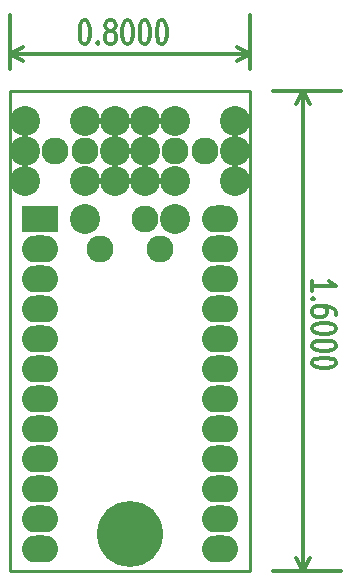
<source format=gbs>
G04 (created by PCBNEW-RS274X (2010-05-05 BZR 2356)-stable) date 12/20/10 19:08:10*
G01*
G70*
G90*
%MOIN*%
G04 Gerber Fmt 3.4, Leading zero omitted, Abs format*
%FSLAX34Y34*%
G04 APERTURE LIST*
%ADD10C,0.005000*%
%ADD11C,0.012000*%
%ADD12C,0.010000*%
%ADD13C,0.100000*%
%ADD14O,0.120000X0.090000*%
%ADD15R,0.120000X0.090000*%
%ADD16C,0.090000*%
%ADD17C,0.220000*%
G04 APERTURE END LIST*
G54D10*
G54D11*
X20065Y-16658D02*
X20065Y-16315D01*
X20065Y-16487D02*
X20865Y-16487D01*
X20751Y-16430D01*
X20675Y-16372D01*
X20637Y-16315D01*
X20141Y-16915D02*
X20103Y-16943D01*
X20065Y-16915D01*
X20103Y-16886D01*
X20141Y-16915D01*
X20065Y-16915D01*
X20865Y-17458D02*
X20865Y-17344D01*
X20827Y-17287D01*
X20789Y-17258D01*
X20675Y-17201D01*
X20522Y-17172D01*
X20218Y-17172D01*
X20141Y-17201D01*
X20103Y-17229D01*
X20065Y-17287D01*
X20065Y-17401D01*
X20103Y-17458D01*
X20141Y-17487D01*
X20218Y-17515D01*
X20408Y-17515D01*
X20484Y-17487D01*
X20522Y-17458D01*
X20560Y-17401D01*
X20560Y-17287D01*
X20522Y-17229D01*
X20484Y-17201D01*
X20408Y-17172D01*
X20865Y-17886D02*
X20865Y-17943D01*
X20827Y-18000D01*
X20789Y-18029D01*
X20713Y-18058D01*
X20560Y-18086D01*
X20370Y-18086D01*
X20218Y-18058D01*
X20141Y-18029D01*
X20103Y-18000D01*
X20065Y-17943D01*
X20065Y-17886D01*
X20103Y-17829D01*
X20141Y-17800D01*
X20218Y-17772D01*
X20370Y-17743D01*
X20560Y-17743D01*
X20713Y-17772D01*
X20789Y-17800D01*
X20827Y-17829D01*
X20865Y-17886D01*
X20865Y-18457D02*
X20865Y-18514D01*
X20827Y-18571D01*
X20789Y-18600D01*
X20713Y-18629D01*
X20560Y-18657D01*
X20370Y-18657D01*
X20218Y-18629D01*
X20141Y-18600D01*
X20103Y-18571D01*
X20065Y-18514D01*
X20065Y-18457D01*
X20103Y-18400D01*
X20141Y-18371D01*
X20218Y-18343D01*
X20370Y-18314D01*
X20560Y-18314D01*
X20713Y-18343D01*
X20789Y-18371D01*
X20827Y-18400D01*
X20865Y-18457D01*
X20865Y-19028D02*
X20865Y-19085D01*
X20827Y-19142D01*
X20789Y-19171D01*
X20713Y-19200D01*
X20560Y-19228D01*
X20370Y-19228D01*
X20218Y-19200D01*
X20141Y-19171D01*
X20103Y-19142D01*
X20065Y-19085D01*
X20065Y-19028D01*
X20103Y-18971D01*
X20141Y-18942D01*
X20218Y-18914D01*
X20370Y-18885D01*
X20560Y-18885D01*
X20713Y-18914D01*
X20789Y-18942D01*
X20827Y-18971D01*
X20865Y-19028D01*
X19749Y-10000D02*
X19749Y-26000D01*
X18750Y-10000D02*
X21029Y-10000D01*
X18750Y-26000D02*
X21029Y-26000D01*
X19749Y-26000D02*
X19519Y-25557D01*
X19749Y-26000D02*
X19979Y-25557D01*
X19749Y-10000D02*
X19519Y-10443D01*
X19749Y-10000D02*
X19979Y-10443D01*
X12458Y-07635D02*
X12515Y-07635D01*
X12572Y-07673D01*
X12601Y-07711D01*
X12630Y-07787D01*
X12658Y-07940D01*
X12658Y-08130D01*
X12630Y-08282D01*
X12601Y-08359D01*
X12572Y-08397D01*
X12515Y-08435D01*
X12458Y-08435D01*
X12401Y-08397D01*
X12372Y-08359D01*
X12344Y-08282D01*
X12315Y-08130D01*
X12315Y-07940D01*
X12344Y-07787D01*
X12372Y-07711D01*
X12401Y-07673D01*
X12458Y-07635D01*
X12915Y-08359D02*
X12943Y-08397D01*
X12915Y-08435D01*
X12886Y-08397D01*
X12915Y-08359D01*
X12915Y-08435D01*
X13287Y-07978D02*
X13229Y-07940D01*
X13201Y-07901D01*
X13172Y-07825D01*
X13172Y-07787D01*
X13201Y-07711D01*
X13229Y-07673D01*
X13287Y-07635D01*
X13401Y-07635D01*
X13458Y-07673D01*
X13487Y-07711D01*
X13515Y-07787D01*
X13515Y-07825D01*
X13487Y-07901D01*
X13458Y-07940D01*
X13401Y-07978D01*
X13287Y-07978D01*
X13229Y-08016D01*
X13201Y-08054D01*
X13172Y-08130D01*
X13172Y-08282D01*
X13201Y-08359D01*
X13229Y-08397D01*
X13287Y-08435D01*
X13401Y-08435D01*
X13458Y-08397D01*
X13487Y-08359D01*
X13515Y-08282D01*
X13515Y-08130D01*
X13487Y-08054D01*
X13458Y-08016D01*
X13401Y-07978D01*
X13886Y-07635D02*
X13943Y-07635D01*
X14000Y-07673D01*
X14029Y-07711D01*
X14058Y-07787D01*
X14086Y-07940D01*
X14086Y-08130D01*
X14058Y-08282D01*
X14029Y-08359D01*
X14000Y-08397D01*
X13943Y-08435D01*
X13886Y-08435D01*
X13829Y-08397D01*
X13800Y-08359D01*
X13772Y-08282D01*
X13743Y-08130D01*
X13743Y-07940D01*
X13772Y-07787D01*
X13800Y-07711D01*
X13829Y-07673D01*
X13886Y-07635D01*
X14457Y-07635D02*
X14514Y-07635D01*
X14571Y-07673D01*
X14600Y-07711D01*
X14629Y-07787D01*
X14657Y-07940D01*
X14657Y-08130D01*
X14629Y-08282D01*
X14600Y-08359D01*
X14571Y-08397D01*
X14514Y-08435D01*
X14457Y-08435D01*
X14400Y-08397D01*
X14371Y-08359D01*
X14343Y-08282D01*
X14314Y-08130D01*
X14314Y-07940D01*
X14343Y-07787D01*
X14371Y-07711D01*
X14400Y-07673D01*
X14457Y-07635D01*
X15028Y-07635D02*
X15085Y-07635D01*
X15142Y-07673D01*
X15171Y-07711D01*
X15200Y-07787D01*
X15228Y-07940D01*
X15228Y-08130D01*
X15200Y-08282D01*
X15171Y-08359D01*
X15142Y-08397D01*
X15085Y-08435D01*
X15028Y-08435D01*
X14971Y-08397D01*
X14942Y-08359D01*
X14914Y-08282D01*
X14885Y-08130D01*
X14885Y-07940D01*
X14914Y-07787D01*
X14942Y-07711D01*
X14971Y-07673D01*
X15028Y-07635D01*
X10000Y-08751D02*
X18000Y-08751D01*
X10000Y-09250D02*
X10000Y-07471D01*
X18000Y-09250D02*
X18000Y-07471D01*
X18000Y-08751D02*
X17557Y-08981D01*
X18000Y-08751D02*
X17557Y-08521D01*
X10000Y-08751D02*
X10443Y-08981D01*
X10000Y-08751D02*
X10443Y-08521D01*
G54D12*
X10000Y-26000D02*
X10000Y-10000D01*
X18000Y-26000D02*
X10000Y-26000D01*
X18000Y-10000D02*
X18000Y-26000D01*
X10000Y-10000D02*
X18000Y-10000D01*
G54D13*
X12500Y-14250D03*
X15500Y-14250D03*
G54D14*
X17000Y-14250D03*
X17000Y-15250D03*
X17000Y-16250D03*
X17000Y-17250D03*
X17000Y-18250D03*
X17000Y-19250D03*
X17000Y-20250D03*
X17000Y-21250D03*
X17000Y-22250D03*
X17000Y-23250D03*
X17000Y-24250D03*
X17000Y-25250D03*
G54D15*
X11000Y-14250D03*
G54D14*
X11000Y-15250D03*
X11000Y-16250D03*
X11000Y-17250D03*
X11000Y-18250D03*
X11000Y-19250D03*
X11000Y-20250D03*
X11000Y-21250D03*
X11000Y-22250D03*
X11000Y-23250D03*
X11000Y-24250D03*
X11000Y-25250D03*
G54D16*
X13000Y-15250D03*
X15000Y-15250D03*
G54D17*
X14000Y-24750D03*
G54D16*
X14500Y-14250D03*
G54D13*
X15500Y-13000D03*
G54D16*
X11500Y-12000D03*
G54D13*
X15500Y-11000D03*
G54D16*
X15500Y-12000D03*
G54D13*
X14500Y-13000D03*
X14500Y-11000D03*
X14500Y-12000D03*
G54D16*
X16500Y-12000D03*
G54D13*
X13500Y-11000D03*
X13500Y-13000D03*
X13500Y-12000D03*
G54D16*
X12500Y-12000D03*
G54D13*
X12500Y-13000D03*
X12500Y-11000D03*
X17500Y-12000D03*
X10500Y-12000D03*
X10500Y-13000D03*
X17500Y-11000D03*
X10500Y-11000D03*
X17500Y-13000D03*
M02*

</source>
